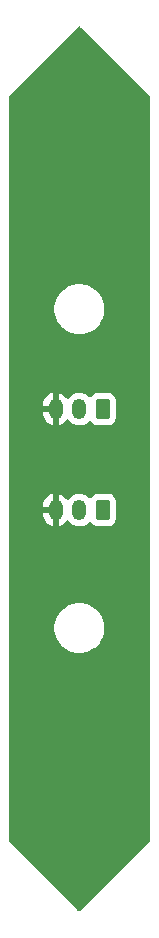
<source format=gbl>
G04 #@! TF.GenerationSoftware,KiCad,Pcbnew,6.0.2+dfsg-1*
G04 #@! TF.CreationDate,2022-11-12T16:17:18-08:00*
G04 #@! TF.ProjectId,separator,73657061-7261-4746-9f72-2e6b69636164,rev?*
G04 #@! TF.SameCoordinates,Original*
G04 #@! TF.FileFunction,Copper,L2,Bot*
G04 #@! TF.FilePolarity,Positive*
%FSLAX46Y46*%
G04 Gerber Fmt 4.6, Leading zero omitted, Abs format (unit mm)*
G04 Created by KiCad (PCBNEW 6.0.2+dfsg-1) date 2022-11-12 16:17:18*
%MOMM*%
%LPD*%
G01*
G04 APERTURE LIST*
G04 Aperture macros list*
%AMRoundRect*
0 Rectangle with rounded corners*
0 $1 Rounding radius*
0 $2 $3 $4 $5 $6 $7 $8 $9 X,Y pos of 4 corners*
0 Add a 4 corners polygon primitive as box body*
4,1,4,$2,$3,$4,$5,$6,$7,$8,$9,$2,$3,0*
0 Add four circle primitives for the rounded corners*
1,1,$1+$1,$2,$3*
1,1,$1+$1,$4,$5*
1,1,$1+$1,$6,$7*
1,1,$1+$1,$8,$9*
0 Add four rect primitives between the rounded corners*
20,1,$1+$1,$2,$3,$4,$5,0*
20,1,$1+$1,$4,$5,$6,$7,0*
20,1,$1+$1,$6,$7,$8,$9,0*
20,1,$1+$1,$8,$9,$2,$3,0*%
G04 Aperture macros list end*
G04 #@! TA.AperFunction,ComponentPad*
%ADD10RoundRect,0.250000X0.350000X0.625000X-0.350000X0.625000X-0.350000X-0.625000X0.350000X-0.625000X0*%
G04 #@! TD*
G04 #@! TA.AperFunction,ComponentPad*
%ADD11O,1.200000X1.750000*%
G04 #@! TD*
G04 #@! TA.AperFunction,ViaPad*
%ADD12C,0.800000*%
G04 #@! TD*
G04 APERTURE END LIST*
D10*
X145000000Y-94000000D03*
D11*
X143000000Y-94000000D03*
X141000000Y-94000000D03*
D10*
X145000000Y-85450000D03*
D11*
X143000000Y-85450000D03*
X141000000Y-85450000D03*
D12*
X141000000Y-111000000D03*
X141000000Y-60000000D03*
G04 #@! TA.AperFunction,Conductor*
G36*
X143044032Y-53060134D02*
G01*
X143089095Y-53089095D01*
X148963095Y-58963095D01*
X148997121Y-59025407D01*
X149000000Y-59052190D01*
X149000000Y-121947810D01*
X148979998Y-122015931D01*
X148963095Y-122036905D01*
X143089095Y-127910905D01*
X143026783Y-127944931D01*
X142955968Y-127939866D01*
X142910905Y-127910905D01*
X137036905Y-122036905D01*
X137002879Y-121974593D01*
X137000000Y-121947810D01*
X137000000Y-104132703D01*
X140890743Y-104132703D01*
X140928268Y-104417734D01*
X141004129Y-104695036D01*
X141116923Y-104959476D01*
X141264561Y-105206161D01*
X141444313Y-105430528D01*
X141652851Y-105628423D01*
X141886317Y-105796186D01*
X141890112Y-105798195D01*
X141890113Y-105798196D01*
X141911869Y-105809715D01*
X142140392Y-105930712D01*
X142410373Y-106029511D01*
X142691264Y-106090755D01*
X142719841Y-106093004D01*
X142914282Y-106108307D01*
X142914291Y-106108307D01*
X142916739Y-106108500D01*
X143072271Y-106108500D01*
X143074407Y-106108354D01*
X143074418Y-106108354D01*
X143282548Y-106094165D01*
X143282554Y-106094164D01*
X143286825Y-106093873D01*
X143291020Y-106093004D01*
X143291022Y-106093004D01*
X143427584Y-106064723D01*
X143568342Y-106035574D01*
X143839343Y-105939607D01*
X144094812Y-105807750D01*
X144098313Y-105805289D01*
X144098317Y-105805287D01*
X144212418Y-105725095D01*
X144330023Y-105642441D01*
X144540622Y-105446740D01*
X144722713Y-105224268D01*
X144872927Y-104979142D01*
X144988483Y-104715898D01*
X145067244Y-104439406D01*
X145107751Y-104154784D01*
X145107845Y-104136951D01*
X145109235Y-103871583D01*
X145109235Y-103871576D01*
X145109257Y-103867297D01*
X145071732Y-103582266D01*
X144995871Y-103304964D01*
X144883077Y-103040524D01*
X144735439Y-102793839D01*
X144555687Y-102569472D01*
X144347149Y-102371577D01*
X144113683Y-102203814D01*
X144091843Y-102192250D01*
X144068654Y-102179972D01*
X143859608Y-102069288D01*
X143589627Y-101970489D01*
X143308736Y-101909245D01*
X143277685Y-101906801D01*
X143085718Y-101891693D01*
X143085709Y-101891693D01*
X143083261Y-101891500D01*
X142927729Y-101891500D01*
X142925593Y-101891646D01*
X142925582Y-101891646D01*
X142717452Y-101905835D01*
X142717446Y-101905836D01*
X142713175Y-101906127D01*
X142708980Y-101906996D01*
X142708978Y-101906996D01*
X142572416Y-101935277D01*
X142431658Y-101964426D01*
X142160657Y-102060393D01*
X141905188Y-102192250D01*
X141901687Y-102194711D01*
X141901683Y-102194713D01*
X141891594Y-102201804D01*
X141669977Y-102357559D01*
X141459378Y-102553260D01*
X141277287Y-102775732D01*
X141127073Y-103020858D01*
X141011517Y-103284102D01*
X140932756Y-103560594D01*
X140892249Y-103845216D01*
X140892227Y-103849505D01*
X140892226Y-103849512D01*
X140890765Y-104128417D01*
X140890743Y-104132703D01*
X137000000Y-104132703D01*
X137000000Y-94324832D01*
X139892000Y-94324832D01*
X139892285Y-94330808D01*
X139906471Y-94479494D01*
X139908730Y-94491228D01*
X139964872Y-94682599D01*
X139969302Y-94693675D01*
X140060619Y-94870978D01*
X140067069Y-94881024D01*
X140190262Y-95037857D01*
X140198499Y-95046506D01*
X140349123Y-95177212D01*
X140358847Y-95184147D01*
X140531467Y-95284010D01*
X140542331Y-95288984D01*
X140730727Y-95354407D01*
X140731716Y-95354648D01*
X140742008Y-95353180D01*
X140746000Y-95339615D01*
X140746000Y-95335402D01*
X141254000Y-95335402D01*
X141257973Y-95348933D01*
X141267399Y-95350288D01*
X141356537Y-95328806D01*
X141367832Y-95324917D01*
X141549382Y-95242371D01*
X141559724Y-95236424D01*
X141722397Y-95121032D01*
X141731425Y-95113239D01*
X141869342Y-94969169D01*
X141876741Y-94959800D01*
X141894418Y-94932423D01*
X141948172Y-94886045D01*
X142018468Y-94876091D01*
X142082985Y-94905722D01*
X142099356Y-94922937D01*
X142193604Y-95042920D01*
X142198135Y-95046852D01*
X142198138Y-95046855D01*
X142283620Y-95121032D01*
X142353363Y-95181552D01*
X142358549Y-95184552D01*
X142358553Y-95184555D01*
X142454957Y-95240326D01*
X142536454Y-95287473D01*
X142736271Y-95356861D01*
X142742206Y-95357722D01*
X142742208Y-95357722D01*
X142939664Y-95386352D01*
X142939667Y-95386352D01*
X142945604Y-95387213D01*
X143156899Y-95377433D01*
X143288077Y-95345819D01*
X143356701Y-95329281D01*
X143356703Y-95329280D01*
X143362534Y-95327875D01*
X143367992Y-95325393D01*
X143367996Y-95325392D01*
X143483041Y-95273084D01*
X143555087Y-95240326D01*
X143727611Y-95117946D01*
X143731753Y-95113619D01*
X143731759Y-95113614D01*
X143818806Y-95022683D01*
X143880361Y-94987306D01*
X143951270Y-94990825D01*
X144009021Y-95032121D01*
X144016965Y-95043504D01*
X144051522Y-95099348D01*
X144176697Y-95224305D01*
X144182927Y-95228145D01*
X144182928Y-95228146D01*
X144320090Y-95312694D01*
X144327262Y-95317115D01*
X144363942Y-95329281D01*
X144488611Y-95370632D01*
X144488613Y-95370632D01*
X144495139Y-95372797D01*
X144501975Y-95373497D01*
X144501978Y-95373498D01*
X144540386Y-95377433D01*
X144599600Y-95383500D01*
X145400400Y-95383500D01*
X145403646Y-95383163D01*
X145403650Y-95383163D01*
X145499308Y-95373238D01*
X145499312Y-95373237D01*
X145506166Y-95372526D01*
X145512702Y-95370345D01*
X145512704Y-95370345D01*
X145648867Y-95324917D01*
X145673946Y-95316550D01*
X145824348Y-95223478D01*
X145949305Y-95098303D01*
X145986565Y-95037857D01*
X146038275Y-94953968D01*
X146038276Y-94953966D01*
X146042115Y-94947738D01*
X146097797Y-94779861D01*
X146108500Y-94675400D01*
X146108500Y-93324600D01*
X146097526Y-93218834D01*
X146041550Y-93051054D01*
X145948478Y-92900652D01*
X145823303Y-92775695D01*
X145817072Y-92771854D01*
X145678968Y-92686725D01*
X145678966Y-92686724D01*
X145672738Y-92682885D01*
X145564005Y-92646820D01*
X145511389Y-92629368D01*
X145511387Y-92629368D01*
X145504861Y-92627203D01*
X145498025Y-92626503D01*
X145498022Y-92626502D01*
X145454969Y-92622091D01*
X145400400Y-92616500D01*
X144599600Y-92616500D01*
X144596354Y-92616837D01*
X144596350Y-92616837D01*
X144500692Y-92626762D01*
X144500688Y-92626763D01*
X144493834Y-92627474D01*
X144487298Y-92629655D01*
X144487296Y-92629655D01*
X144423117Y-92651067D01*
X144326054Y-92683450D01*
X144175652Y-92776522D01*
X144050695Y-92901697D01*
X144046855Y-92907927D01*
X144046854Y-92907928D01*
X144018926Y-92953236D01*
X143966154Y-93000729D01*
X143896082Y-93012153D01*
X143830958Y-92983879D01*
X143812582Y-92964955D01*
X143806396Y-92957080D01*
X143801865Y-92953148D01*
X143801862Y-92953145D01*
X143651167Y-92822379D01*
X143646637Y-92818448D01*
X143641451Y-92815448D01*
X143641447Y-92815445D01*
X143468742Y-92715533D01*
X143463546Y-92712527D01*
X143263729Y-92643139D01*
X143257794Y-92642278D01*
X143257792Y-92642278D01*
X143060336Y-92613648D01*
X143060333Y-92613648D01*
X143054396Y-92612787D01*
X142843101Y-92622567D01*
X142730466Y-92649712D01*
X142643299Y-92670719D01*
X142643297Y-92670720D01*
X142637466Y-92672125D01*
X142632008Y-92674607D01*
X142632004Y-92674608D01*
X142540990Y-92715990D01*
X142444913Y-92759674D01*
X142272389Y-92882054D01*
X142126119Y-93034850D01*
X142122870Y-93039881D01*
X142122865Y-93039888D01*
X142104967Y-93067607D01*
X142051211Y-93113984D01*
X141980915Y-93123937D01*
X141916398Y-93094304D01*
X141900030Y-93077091D01*
X141809738Y-92962143D01*
X141801501Y-92953494D01*
X141650877Y-92822788D01*
X141641153Y-92815853D01*
X141468533Y-92715990D01*
X141457669Y-92711016D01*
X141269273Y-92645593D01*
X141268284Y-92645352D01*
X141257992Y-92646820D01*
X141254000Y-92660385D01*
X141254000Y-95335402D01*
X140746000Y-95335402D01*
X140746000Y-94272115D01*
X140741525Y-94256876D01*
X140740135Y-94255671D01*
X140732452Y-94254000D01*
X139910115Y-94254000D01*
X139894876Y-94258475D01*
X139893671Y-94259865D01*
X139892000Y-94267548D01*
X139892000Y-94324832D01*
X137000000Y-94324832D01*
X137000000Y-93727885D01*
X139892000Y-93727885D01*
X139896475Y-93743124D01*
X139897865Y-93744329D01*
X139905548Y-93746000D01*
X140727885Y-93746000D01*
X140743124Y-93741525D01*
X140744329Y-93740135D01*
X140746000Y-93732452D01*
X140746000Y-92664598D01*
X140742027Y-92651067D01*
X140732601Y-92649712D01*
X140643463Y-92671194D01*
X140632168Y-92675083D01*
X140450618Y-92757629D01*
X140440276Y-92763576D01*
X140277603Y-92878968D01*
X140268575Y-92886761D01*
X140130658Y-93030831D01*
X140123262Y-93040196D01*
X140015079Y-93207741D01*
X140009583Y-93218345D01*
X139935039Y-93403312D01*
X139931645Y-93414770D01*
X139893143Y-93611928D01*
X139892066Y-93620791D01*
X139892000Y-93623500D01*
X139892000Y-93727885D01*
X137000000Y-93727885D01*
X137000000Y-85774832D01*
X139892000Y-85774832D01*
X139892285Y-85780808D01*
X139906471Y-85929494D01*
X139908730Y-85941228D01*
X139964872Y-86132599D01*
X139969302Y-86143675D01*
X140060619Y-86320978D01*
X140067069Y-86331024D01*
X140190262Y-86487857D01*
X140198499Y-86496506D01*
X140349123Y-86627212D01*
X140358847Y-86634147D01*
X140531467Y-86734010D01*
X140542331Y-86738984D01*
X140730727Y-86804407D01*
X140731716Y-86804648D01*
X140742008Y-86803180D01*
X140746000Y-86789615D01*
X140746000Y-86785402D01*
X141254000Y-86785402D01*
X141257973Y-86798933D01*
X141267399Y-86800288D01*
X141356537Y-86778806D01*
X141367832Y-86774917D01*
X141549382Y-86692371D01*
X141559724Y-86686424D01*
X141722397Y-86571032D01*
X141731425Y-86563239D01*
X141869342Y-86419169D01*
X141876741Y-86409800D01*
X141894418Y-86382423D01*
X141948172Y-86336045D01*
X142018468Y-86326091D01*
X142082985Y-86355722D01*
X142099356Y-86372937D01*
X142193604Y-86492920D01*
X142198135Y-86496852D01*
X142198138Y-86496855D01*
X142283620Y-86571032D01*
X142353363Y-86631552D01*
X142358549Y-86634552D01*
X142358553Y-86634555D01*
X142454957Y-86690326D01*
X142536454Y-86737473D01*
X142736271Y-86806861D01*
X142742206Y-86807722D01*
X142742208Y-86807722D01*
X142939664Y-86836352D01*
X142939667Y-86836352D01*
X142945604Y-86837213D01*
X143156899Y-86827433D01*
X143288077Y-86795819D01*
X143356701Y-86779281D01*
X143356703Y-86779280D01*
X143362534Y-86777875D01*
X143367992Y-86775393D01*
X143367996Y-86775392D01*
X143483041Y-86723084D01*
X143555087Y-86690326D01*
X143727611Y-86567946D01*
X143731753Y-86563619D01*
X143731759Y-86563614D01*
X143818806Y-86472683D01*
X143880361Y-86437306D01*
X143951270Y-86440825D01*
X144009021Y-86482121D01*
X144016965Y-86493504D01*
X144051522Y-86549348D01*
X144176697Y-86674305D01*
X144182927Y-86678145D01*
X144182928Y-86678146D01*
X144320090Y-86762694D01*
X144327262Y-86767115D01*
X144363942Y-86779281D01*
X144488611Y-86820632D01*
X144488613Y-86820632D01*
X144495139Y-86822797D01*
X144501975Y-86823497D01*
X144501978Y-86823498D01*
X144540386Y-86827433D01*
X144599600Y-86833500D01*
X145400400Y-86833500D01*
X145403646Y-86833163D01*
X145403650Y-86833163D01*
X145499308Y-86823238D01*
X145499312Y-86823237D01*
X145506166Y-86822526D01*
X145512702Y-86820345D01*
X145512704Y-86820345D01*
X145648867Y-86774917D01*
X145673946Y-86766550D01*
X145824348Y-86673478D01*
X145949305Y-86548303D01*
X145986565Y-86487857D01*
X146038275Y-86403968D01*
X146038276Y-86403966D01*
X146042115Y-86397738D01*
X146097797Y-86229861D01*
X146108500Y-86125400D01*
X146108500Y-84774600D01*
X146097526Y-84668834D01*
X146041550Y-84501054D01*
X145948478Y-84350652D01*
X145823303Y-84225695D01*
X145817072Y-84221854D01*
X145678968Y-84136725D01*
X145678966Y-84136724D01*
X145672738Y-84132885D01*
X145564005Y-84096820D01*
X145511389Y-84079368D01*
X145511387Y-84079368D01*
X145504861Y-84077203D01*
X145498025Y-84076503D01*
X145498022Y-84076502D01*
X145454969Y-84072091D01*
X145400400Y-84066500D01*
X144599600Y-84066500D01*
X144596354Y-84066837D01*
X144596350Y-84066837D01*
X144500692Y-84076762D01*
X144500688Y-84076763D01*
X144493834Y-84077474D01*
X144487298Y-84079655D01*
X144487296Y-84079655D01*
X144423117Y-84101067D01*
X144326054Y-84133450D01*
X144175652Y-84226522D01*
X144050695Y-84351697D01*
X144046855Y-84357927D01*
X144046854Y-84357928D01*
X144018926Y-84403236D01*
X143966154Y-84450729D01*
X143896082Y-84462153D01*
X143830958Y-84433879D01*
X143812582Y-84414955D01*
X143806396Y-84407080D01*
X143801865Y-84403148D01*
X143801862Y-84403145D01*
X143651167Y-84272379D01*
X143646637Y-84268448D01*
X143641451Y-84265448D01*
X143641447Y-84265445D01*
X143468742Y-84165533D01*
X143463546Y-84162527D01*
X143263729Y-84093139D01*
X143257794Y-84092278D01*
X143257792Y-84092278D01*
X143060336Y-84063648D01*
X143060333Y-84063648D01*
X143054396Y-84062787D01*
X142843101Y-84072567D01*
X142730466Y-84099712D01*
X142643299Y-84120719D01*
X142643297Y-84120720D01*
X142637466Y-84122125D01*
X142632008Y-84124607D01*
X142632004Y-84124608D01*
X142540990Y-84165990D01*
X142444913Y-84209674D01*
X142272389Y-84332054D01*
X142126119Y-84484850D01*
X142122870Y-84489881D01*
X142122865Y-84489888D01*
X142104967Y-84517607D01*
X142051211Y-84563984D01*
X141980915Y-84573937D01*
X141916398Y-84544304D01*
X141900030Y-84527091D01*
X141809738Y-84412143D01*
X141801501Y-84403494D01*
X141650877Y-84272788D01*
X141641153Y-84265853D01*
X141468533Y-84165990D01*
X141457669Y-84161016D01*
X141269273Y-84095593D01*
X141268284Y-84095352D01*
X141257992Y-84096820D01*
X141254000Y-84110385D01*
X141254000Y-86785402D01*
X140746000Y-86785402D01*
X140746000Y-85722115D01*
X140741525Y-85706876D01*
X140740135Y-85705671D01*
X140732452Y-85704000D01*
X139910115Y-85704000D01*
X139894876Y-85708475D01*
X139893671Y-85709865D01*
X139892000Y-85717548D01*
X139892000Y-85774832D01*
X137000000Y-85774832D01*
X137000000Y-85177885D01*
X139892000Y-85177885D01*
X139896475Y-85193124D01*
X139897865Y-85194329D01*
X139905548Y-85196000D01*
X140727885Y-85196000D01*
X140743124Y-85191525D01*
X140744329Y-85190135D01*
X140746000Y-85182452D01*
X140746000Y-84114598D01*
X140742027Y-84101067D01*
X140732601Y-84099712D01*
X140643463Y-84121194D01*
X140632168Y-84125083D01*
X140450618Y-84207629D01*
X140440276Y-84213576D01*
X140277603Y-84328968D01*
X140268575Y-84336761D01*
X140130658Y-84480831D01*
X140123262Y-84490196D01*
X140015079Y-84657741D01*
X140009583Y-84668345D01*
X139935039Y-84853312D01*
X139931645Y-84864770D01*
X139893143Y-85061928D01*
X139892066Y-85070791D01*
X139892000Y-85073500D01*
X139892000Y-85177885D01*
X137000000Y-85177885D01*
X137000000Y-77132703D01*
X140890743Y-77132703D01*
X140928268Y-77417734D01*
X141004129Y-77695036D01*
X141116923Y-77959476D01*
X141264561Y-78206161D01*
X141444313Y-78430528D01*
X141652851Y-78628423D01*
X141886317Y-78796186D01*
X141890112Y-78798195D01*
X141890113Y-78798196D01*
X141911869Y-78809715D01*
X142140392Y-78930712D01*
X142410373Y-79029511D01*
X142691264Y-79090755D01*
X142719841Y-79093004D01*
X142914282Y-79108307D01*
X142914291Y-79108307D01*
X142916739Y-79108500D01*
X143072271Y-79108500D01*
X143074407Y-79108354D01*
X143074418Y-79108354D01*
X143282548Y-79094165D01*
X143282554Y-79094164D01*
X143286825Y-79093873D01*
X143291020Y-79093004D01*
X143291022Y-79093004D01*
X143427584Y-79064723D01*
X143568342Y-79035574D01*
X143839343Y-78939607D01*
X144094812Y-78807750D01*
X144098313Y-78805289D01*
X144098317Y-78805287D01*
X144212417Y-78725096D01*
X144330023Y-78642441D01*
X144540622Y-78446740D01*
X144722713Y-78224268D01*
X144872927Y-77979142D01*
X144988483Y-77715898D01*
X145067244Y-77439406D01*
X145107751Y-77154784D01*
X145107845Y-77136951D01*
X145109235Y-76871583D01*
X145109235Y-76871576D01*
X145109257Y-76867297D01*
X145071732Y-76582266D01*
X144995871Y-76304964D01*
X144883077Y-76040524D01*
X144735439Y-75793839D01*
X144555687Y-75569472D01*
X144347149Y-75371577D01*
X144113683Y-75203814D01*
X144091843Y-75192250D01*
X144068654Y-75179972D01*
X143859608Y-75069288D01*
X143589627Y-74970489D01*
X143308736Y-74909245D01*
X143277685Y-74906801D01*
X143085718Y-74891693D01*
X143085709Y-74891693D01*
X143083261Y-74891500D01*
X142927729Y-74891500D01*
X142925593Y-74891646D01*
X142925582Y-74891646D01*
X142717452Y-74905835D01*
X142717446Y-74905836D01*
X142713175Y-74906127D01*
X142708980Y-74906996D01*
X142708978Y-74906996D01*
X142572416Y-74935277D01*
X142431658Y-74964426D01*
X142160657Y-75060393D01*
X141905188Y-75192250D01*
X141901687Y-75194711D01*
X141901683Y-75194713D01*
X141891594Y-75201804D01*
X141669977Y-75357559D01*
X141459378Y-75553260D01*
X141277287Y-75775732D01*
X141127073Y-76020858D01*
X141011517Y-76284102D01*
X140932756Y-76560594D01*
X140892249Y-76845216D01*
X140892227Y-76849505D01*
X140892226Y-76849512D01*
X140890765Y-77128417D01*
X140890743Y-77132703D01*
X137000000Y-77132703D01*
X137000000Y-59052190D01*
X137020002Y-58984069D01*
X137036905Y-58963095D01*
X142910905Y-53089095D01*
X142973217Y-53055069D01*
X143044032Y-53060134D01*
G37*
G04 #@! TD.AperFunction*
M02*

</source>
